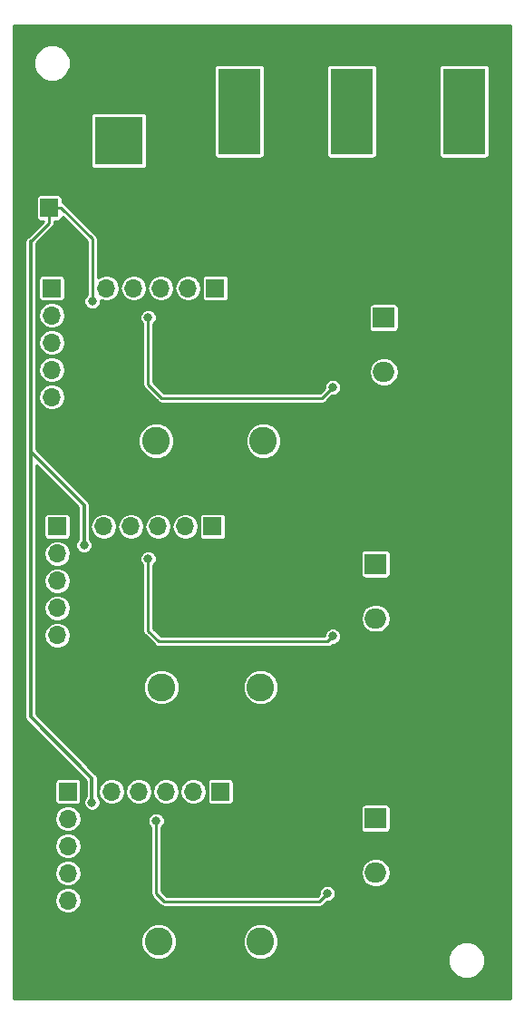
<source format=gbr>
G04 #@! TF.GenerationSoftware,KiCad,Pcbnew,(5.0.1)-3*
G04 #@! TF.CreationDate,2021-04-08T14:22:07+02:00*
G04 #@! TF.ProjectId,MAN_Motor_Drivers,4D414E5F4D6F746F725F447269766572,rev?*
G04 #@! TF.SameCoordinates,Original*
G04 #@! TF.FileFunction,Copper,L2,Bot,Signal*
G04 #@! TF.FilePolarity,Positive*
%FSLAX46Y46*%
G04 Gerber Fmt 4.6, Leading zero omitted, Abs format (unit mm)*
G04 Created by KiCad (PCBNEW (5.0.1)-3) date 08.04.2021 14:22:07*
%MOMM*%
%LPD*%
G01*
G04 APERTURE LIST*
G04 #@! TA.AperFunction,ComponentPad*
%ADD10O,1.700000X1.700000*%
G04 #@! TD*
G04 #@! TA.AperFunction,ComponentPad*
%ADD11R,1.700000X1.700000*%
G04 #@! TD*
G04 #@! TA.AperFunction,ComponentPad*
%ADD12C,2.600000*%
G04 #@! TD*
G04 #@! TA.AperFunction,ComponentPad*
%ADD13R,2.000000X1.905000*%
G04 #@! TD*
G04 #@! TA.AperFunction,ComponentPad*
%ADD14O,2.000000X1.905000*%
G04 #@! TD*
G04 #@! TA.AperFunction,ComponentPad*
%ADD15R,4.500880X4.500880*%
G04 #@! TD*
G04 #@! TA.AperFunction,ComponentPad*
%ADD16C,4.500880*%
G04 #@! TD*
G04 #@! TA.AperFunction,ComponentPad*
%ADD17R,4.000000X8.000000*%
G04 #@! TD*
G04 #@! TA.AperFunction,ViaPad*
%ADD18C,0.800000*%
G04 #@! TD*
G04 #@! TA.AperFunction,Conductor*
%ADD19C,0.254000*%
G04 #@! TD*
G04 #@! TA.AperFunction,Conductor*
%ADD20C,0.304800*%
G04 #@! TD*
G04 APERTURE END LIST*
D10*
G04 #@! TO.P,J3,5*
G04 #@! TO.N,N/C*
X144340000Y-90500000D03*
G04 #@! TO.P,J3,4*
G04 #@! TO.N,/nFAULT_C*
X146880000Y-90500000D03*
G04 #@! TO.P,J3,3*
G04 #@! TO.N,/nSLEEP_C*
X149420000Y-90500000D03*
G04 #@! TO.P,J3,2*
G04 #@! TO.N,/PHIN2_C*
X151960000Y-90500000D03*
D11*
G04 #@! TO.P,J3,1*
G04 #@! TO.N,/ENIN1_C*
X154500000Y-90500000D03*
G04 #@! TD*
D12*
G04 #@! TO.P,J4,1*
G04 #@! TO.N,/OUT1_A*
X148500000Y-57750000D03*
G04 #@! TD*
G04 #@! TO.P,J5,1*
G04 #@! TO.N,/OUT1_C*
X148750000Y-104500000D03*
G04 #@! TD*
G04 #@! TO.P,J6,1*
G04 #@! TO.N,/OUT1_B*
X149000000Y-80750000D03*
G04 #@! TD*
G04 #@! TO.P,J7,1*
G04 #@! TO.N,/OUT2_A*
X158500000Y-57750000D03*
G04 #@! TD*
G04 #@! TO.P,J8,1*
G04 #@! TO.N,/OUT2_C*
X158250000Y-104500000D03*
G04 #@! TD*
G04 #@! TO.P,J9,1*
G04 #@! TO.N,/OUT2_B*
X158250000Y-80750000D03*
G04 #@! TD*
D13*
G04 #@! TO.P,U4,1*
G04 #@! TO.N,Net-(C13-Pad1)*
X169750000Y-46250000D03*
D14*
G04 #@! TO.P,U4,2*
G04 #@! TO.N,GND*
X169750000Y-48790000D03*
G04 #@! TO.P,U4,3*
G04 #@! TO.N,+12V*
X169750000Y-51330000D03*
G04 #@! TD*
G04 #@! TO.P,U5,3*
G04 #@! TO.N,+12V*
X169000000Y-74330000D03*
G04 #@! TO.P,U5,2*
G04 #@! TO.N,GND*
X169000000Y-71790000D03*
D13*
G04 #@! TO.P,U5,1*
G04 #@! TO.N,Net-(C13-Pad1)*
X169000000Y-69250000D03*
G04 #@! TD*
G04 #@! TO.P,U6,1*
G04 #@! TO.N,Net-(C13-Pad1)*
X169000000Y-93000000D03*
D14*
G04 #@! TO.P,U6,2*
G04 #@! TO.N,GND*
X169000000Y-95540000D03*
G04 #@! TO.P,U6,3*
G04 #@! TO.N,+12V*
X169000000Y-98080000D03*
G04 #@! TD*
D15*
G04 #@! TO.P,J10,1*
G04 #@! TO.N,/VIN*
X145000000Y-29750000D03*
D16*
G04 #@! TO.P,J10,2*
G04 #@! TO.N,GND*
X145000000Y-23400000D03*
G04 #@! TD*
D11*
G04 #@! TO.P,J1,1*
G04 #@! TO.N,/ENIN1_A*
X154000000Y-43500000D03*
D10*
G04 #@! TO.P,J1,2*
G04 #@! TO.N,/PHIN2_A*
X151460000Y-43500000D03*
G04 #@! TO.P,J1,3*
G04 #@! TO.N,/nSLEEP_A*
X148920000Y-43500000D03*
G04 #@! TO.P,J1,4*
G04 #@! TO.N,/nFAULT_A*
X146380000Y-43500000D03*
G04 #@! TO.P,J1,5*
G04 #@! TO.N,N/C*
X143840000Y-43500000D03*
G04 #@! TD*
D11*
G04 #@! TO.P,J2,1*
G04 #@! TO.N,/IPROPI_A*
X138750000Y-43500000D03*
D10*
G04 #@! TO.P,J2,2*
G04 #@! TO.N,/IMODE_A*
X138750000Y-46040000D03*
G04 #@! TO.P,J2,3*
G04 #@! TO.N,N/C*
X138750000Y-48580000D03*
G04 #@! TO.P,J2,4*
X138750000Y-51120000D03*
G04 #@! TO.P,J2,5*
X138750000Y-53660000D03*
G04 #@! TD*
G04 #@! TO.P,J11,5*
G04 #@! TO.N,N/C*
X140250000Y-100660000D03*
G04 #@! TO.P,J11,4*
X140250000Y-98120000D03*
G04 #@! TO.P,J11,3*
X140250000Y-95580000D03*
G04 #@! TO.P,J11,2*
G04 #@! TO.N,/IMODE_C*
X140250000Y-93040000D03*
D11*
G04 #@! TO.P,J11,1*
G04 #@! TO.N,/IPROPI_C*
X140250000Y-90500000D03*
G04 #@! TD*
D10*
G04 #@! TO.P,J12,5*
G04 #@! TO.N,N/C*
X143590000Y-65750000D03*
G04 #@! TO.P,J12,4*
G04 #@! TO.N,/nFAULT_B*
X146130000Y-65750000D03*
G04 #@! TO.P,J12,3*
G04 #@! TO.N,/nSLEEP_B*
X148670000Y-65750000D03*
G04 #@! TO.P,J12,2*
G04 #@! TO.N,/PHIN2_B*
X151210000Y-65750000D03*
D11*
G04 #@! TO.P,J12,1*
G04 #@! TO.N,/ENIN1_B*
X153750000Y-65750000D03*
G04 #@! TD*
G04 #@! TO.P,J13,1*
G04 #@! TO.N,/IPROP_B*
X139250000Y-65750000D03*
D10*
G04 #@! TO.P,J13,2*
G04 #@! TO.N,/IMODE_B*
X139250000Y-68290000D03*
G04 #@! TO.P,J13,3*
G04 #@! TO.N,N/C*
X139250000Y-70830000D03*
G04 #@! TO.P,J13,4*
X139250000Y-73370000D03*
G04 #@! TO.P,J13,5*
X139250000Y-75910000D03*
G04 #@! TD*
D11*
G04 #@! TO.P,J14,1*
G04 #@! TO.N,+3V3*
X138500000Y-36000000D03*
D10*
G04 #@! TO.P,J14,2*
G04 #@! TO.N,GND*
X138500000Y-33460000D03*
G04 #@! TD*
D17*
G04 #@! TO.P,U7,2*
G04 #@! TO.N,Net-(C13-Pad1)*
X166750000Y-27000000D03*
G04 #@! TO.P,U7,1*
G04 #@! TO.N,/VIN*
X156250000Y-27000000D03*
G04 #@! TO.P,U7,3*
G04 #@! TO.N,N/C*
X177250000Y-27000000D03*
G04 #@! TD*
D18*
G04 #@! TO.N,+12V*
X147750000Y-46250000D03*
X165000000Y-52750000D03*
X147750000Y-68750000D03*
X165000000Y-76000000D03*
X148500000Y-93250000D03*
X164500000Y-100000000D03*
G04 #@! TO.N,+3V3*
X142523157Y-44729307D03*
X141750000Y-67500000D03*
X142500000Y-91500000D03*
G04 #@! TD*
D19*
G04 #@! TO.N,+12V*
X147750000Y-46250000D02*
X147750000Y-52500000D01*
X147750000Y-52500000D02*
X149000000Y-53750000D01*
X149000000Y-53750000D02*
X164000000Y-53750000D01*
X164000000Y-53750000D02*
X165000000Y-52750000D01*
X147750000Y-68750000D02*
X147750000Y-75500000D01*
X147750000Y-75500000D02*
X148750000Y-76500000D01*
X148750000Y-76500000D02*
X164500000Y-76500000D01*
X164500000Y-76500000D02*
X165000000Y-76000000D01*
X148500000Y-93250000D02*
X148500000Y-100000000D01*
X148500000Y-100000000D02*
X149250000Y-100750000D01*
X149250000Y-100750000D02*
X163750000Y-100750000D01*
X163750000Y-100750000D02*
X164500000Y-100000000D01*
D20*
G04 #@! TO.N,+3V3*
X136750000Y-39154800D02*
X136750000Y-58750000D01*
X136750000Y-58750000D02*
X141750000Y-63750000D01*
X141750000Y-63750000D02*
X141750000Y-67500000D01*
X136750000Y-58750000D02*
X136750000Y-83500000D01*
X136750000Y-83500000D02*
X142500000Y-89250000D01*
X142500000Y-89250000D02*
X142500000Y-91500000D01*
D19*
X138500000Y-37404800D02*
X138500000Y-36000000D01*
X136750000Y-39154800D02*
X138500000Y-37404800D01*
X139604000Y-36000000D02*
X138500000Y-36000000D01*
X142523157Y-38919157D02*
X139604000Y-36000000D01*
X142523157Y-44729307D02*
X142523157Y-38919157D01*
G04 #@! TD*
G04 #@! TO.N,GND*
G36*
X181544001Y-109794000D02*
X135206000Y-109794000D01*
X135206000Y-104165628D01*
X147069000Y-104165628D01*
X147069000Y-104834372D01*
X147324917Y-105452210D01*
X147797790Y-105925083D01*
X148415628Y-106181000D01*
X149084372Y-106181000D01*
X149702210Y-105925083D01*
X150175083Y-105452210D01*
X150431000Y-104834372D01*
X150431000Y-104165628D01*
X156569000Y-104165628D01*
X156569000Y-104834372D01*
X156824917Y-105452210D01*
X157297790Y-105925083D01*
X157915628Y-106181000D01*
X158584372Y-106181000D01*
X159202210Y-105925083D01*
X159221610Y-105905683D01*
X175769000Y-105905683D01*
X175769000Y-106594317D01*
X176032529Y-107230533D01*
X176519467Y-107717471D01*
X177155683Y-107981000D01*
X177844317Y-107981000D01*
X178480533Y-107717471D01*
X178967471Y-107230533D01*
X179231000Y-106594317D01*
X179231000Y-105905683D01*
X178967471Y-105269467D01*
X178480533Y-104782529D01*
X177844317Y-104519000D01*
X177155683Y-104519000D01*
X176519467Y-104782529D01*
X176032529Y-105269467D01*
X175769000Y-105905683D01*
X159221610Y-105905683D01*
X159675083Y-105452210D01*
X159931000Y-104834372D01*
X159931000Y-104165628D01*
X159675083Y-103547790D01*
X159202210Y-103074917D01*
X158584372Y-102819000D01*
X157915628Y-102819000D01*
X157297790Y-103074917D01*
X156824917Y-103547790D01*
X156569000Y-104165628D01*
X150431000Y-104165628D01*
X150175083Y-103547790D01*
X149702210Y-103074917D01*
X149084372Y-102819000D01*
X148415628Y-102819000D01*
X147797790Y-103074917D01*
X147324917Y-103547790D01*
X147069000Y-104165628D01*
X135206000Y-104165628D01*
X135206000Y-100660000D01*
X138994884Y-100660000D01*
X139090424Y-101140312D01*
X139362499Y-101547501D01*
X139769688Y-101819576D01*
X140128761Y-101891000D01*
X140371239Y-101891000D01*
X140730312Y-101819576D01*
X141137501Y-101547501D01*
X141409576Y-101140312D01*
X141505116Y-100660000D01*
X141409576Y-100179688D01*
X141137501Y-99772499D01*
X140730312Y-99500424D01*
X140371239Y-99429000D01*
X140128761Y-99429000D01*
X139769688Y-99500424D01*
X139362499Y-99772499D01*
X139090424Y-100179688D01*
X138994884Y-100660000D01*
X135206000Y-100660000D01*
X135206000Y-98120000D01*
X138994884Y-98120000D01*
X139090424Y-98600312D01*
X139362499Y-99007501D01*
X139769688Y-99279576D01*
X140128761Y-99351000D01*
X140371239Y-99351000D01*
X140730312Y-99279576D01*
X141137501Y-99007501D01*
X141409576Y-98600312D01*
X141505116Y-98120000D01*
X141409576Y-97639688D01*
X141137501Y-97232499D01*
X140730312Y-96960424D01*
X140371239Y-96889000D01*
X140128761Y-96889000D01*
X139769688Y-96960424D01*
X139362499Y-97232499D01*
X139090424Y-97639688D01*
X138994884Y-98120000D01*
X135206000Y-98120000D01*
X135206000Y-95580000D01*
X138994884Y-95580000D01*
X139090424Y-96060312D01*
X139362499Y-96467501D01*
X139769688Y-96739576D01*
X140128761Y-96811000D01*
X140371239Y-96811000D01*
X140730312Y-96739576D01*
X141137501Y-96467501D01*
X141409576Y-96060312D01*
X141505116Y-95580000D01*
X141409576Y-95099688D01*
X141137501Y-94692499D01*
X140730312Y-94420424D01*
X140371239Y-94349000D01*
X140128761Y-94349000D01*
X139769688Y-94420424D01*
X139362499Y-94692499D01*
X139090424Y-95099688D01*
X138994884Y-95580000D01*
X135206000Y-95580000D01*
X135206000Y-93040000D01*
X138994884Y-93040000D01*
X139090424Y-93520312D01*
X139362499Y-93927501D01*
X139769688Y-94199576D01*
X140128761Y-94271000D01*
X140371239Y-94271000D01*
X140730312Y-94199576D01*
X141137501Y-93927501D01*
X141409576Y-93520312D01*
X141494245Y-93094649D01*
X147719000Y-93094649D01*
X147719000Y-93405351D01*
X147837900Y-93692401D01*
X147992000Y-93846501D01*
X147992001Y-99949967D01*
X147982049Y-100000000D01*
X148021475Y-100198211D01*
X148105412Y-100323832D01*
X148105415Y-100323835D01*
X148133754Y-100366247D01*
X148176166Y-100394586D01*
X148855414Y-101073835D01*
X148883753Y-101116247D01*
X148926165Y-101144586D01*
X148926167Y-101144588D01*
X149051788Y-101228525D01*
X149199968Y-101258000D01*
X149199971Y-101258000D01*
X149249999Y-101267951D01*
X149300027Y-101258000D01*
X163699972Y-101258000D01*
X163750000Y-101267951D01*
X163800028Y-101258000D01*
X163800032Y-101258000D01*
X163948212Y-101228525D01*
X164116247Y-101116247D01*
X164144588Y-101073832D01*
X164437420Y-100781000D01*
X164655351Y-100781000D01*
X164942401Y-100662100D01*
X165162100Y-100442401D01*
X165281000Y-100155351D01*
X165281000Y-99844649D01*
X165162100Y-99557599D01*
X164942401Y-99337900D01*
X164655351Y-99219000D01*
X164344649Y-99219000D01*
X164057599Y-99337900D01*
X163837900Y-99557599D01*
X163719000Y-99844649D01*
X163719000Y-100062580D01*
X163539580Y-100242000D01*
X149460421Y-100242000D01*
X149008000Y-99789580D01*
X149008000Y-98080000D01*
X167592876Y-98080000D01*
X167696371Y-98600306D01*
X167991101Y-99041399D01*
X168432194Y-99336129D01*
X168821165Y-99413500D01*
X169178835Y-99413500D01*
X169567806Y-99336129D01*
X170008899Y-99041399D01*
X170303629Y-98600306D01*
X170407124Y-98080000D01*
X170303629Y-97559694D01*
X170008899Y-97118601D01*
X169567806Y-96823871D01*
X169178835Y-96746500D01*
X168821165Y-96746500D01*
X168432194Y-96823871D01*
X167991101Y-97118601D01*
X167696371Y-97559694D01*
X167592876Y-98080000D01*
X149008000Y-98080000D01*
X149008000Y-93846501D01*
X149162100Y-93692401D01*
X149281000Y-93405351D01*
X149281000Y-93094649D01*
X149162100Y-92807599D01*
X148942401Y-92587900D01*
X148655351Y-92469000D01*
X148344649Y-92469000D01*
X148057599Y-92587900D01*
X147837900Y-92807599D01*
X147719000Y-93094649D01*
X141494245Y-93094649D01*
X141505116Y-93040000D01*
X141409576Y-92559688D01*
X141137501Y-92152499D01*
X140730312Y-91880424D01*
X140371239Y-91809000D01*
X140128761Y-91809000D01*
X139769688Y-91880424D01*
X139362499Y-92152499D01*
X139090424Y-92559688D01*
X138994884Y-93040000D01*
X135206000Y-93040000D01*
X135206000Y-89650000D01*
X139011536Y-89650000D01*
X139011536Y-91350000D01*
X139041106Y-91498659D01*
X139125314Y-91624686D01*
X139251341Y-91708894D01*
X139400000Y-91738464D01*
X141100000Y-91738464D01*
X141248659Y-91708894D01*
X141374686Y-91624686D01*
X141458894Y-91498659D01*
X141488464Y-91350000D01*
X141488464Y-89650000D01*
X141458894Y-89501341D01*
X141374686Y-89375314D01*
X141248659Y-89291106D01*
X141100000Y-89261536D01*
X139400000Y-89261536D01*
X139251341Y-89291106D01*
X139125314Y-89375314D01*
X139041106Y-89501341D01*
X139011536Y-89650000D01*
X135206000Y-89650000D01*
X135206000Y-58750000D01*
X136206152Y-58750000D01*
X136216600Y-58802526D01*
X136216601Y-83447469D01*
X136206152Y-83500000D01*
X136216601Y-83552531D01*
X136247550Y-83708122D01*
X136365442Y-83884559D01*
X136409975Y-83914315D01*
X141966600Y-89470941D01*
X141966601Y-90928898D01*
X141837900Y-91057599D01*
X141719000Y-91344649D01*
X141719000Y-91655351D01*
X141837900Y-91942401D01*
X142057599Y-92162100D01*
X142344649Y-92281000D01*
X142655351Y-92281000D01*
X142942401Y-92162100D01*
X143057001Y-92047500D01*
X167611536Y-92047500D01*
X167611536Y-93952500D01*
X167641106Y-94101159D01*
X167725314Y-94227186D01*
X167851341Y-94311394D01*
X168000000Y-94340964D01*
X170000000Y-94340964D01*
X170148659Y-94311394D01*
X170274686Y-94227186D01*
X170358894Y-94101159D01*
X170388464Y-93952500D01*
X170388464Y-92047500D01*
X170358894Y-91898841D01*
X170274686Y-91772814D01*
X170148659Y-91688606D01*
X170000000Y-91659036D01*
X168000000Y-91659036D01*
X167851341Y-91688606D01*
X167725314Y-91772814D01*
X167641106Y-91898841D01*
X167611536Y-92047500D01*
X143057001Y-92047500D01*
X143162100Y-91942401D01*
X143281000Y-91655351D01*
X143281000Y-91344649D01*
X143162100Y-91057599D01*
X143033400Y-90928899D01*
X143033400Y-90500000D01*
X143084884Y-90500000D01*
X143180424Y-90980312D01*
X143452499Y-91387501D01*
X143859688Y-91659576D01*
X144218761Y-91731000D01*
X144461239Y-91731000D01*
X144820312Y-91659576D01*
X145227501Y-91387501D01*
X145499576Y-90980312D01*
X145595116Y-90500000D01*
X145624884Y-90500000D01*
X145720424Y-90980312D01*
X145992499Y-91387501D01*
X146399688Y-91659576D01*
X146758761Y-91731000D01*
X147001239Y-91731000D01*
X147360312Y-91659576D01*
X147767501Y-91387501D01*
X148039576Y-90980312D01*
X148135116Y-90500000D01*
X148164884Y-90500000D01*
X148260424Y-90980312D01*
X148532499Y-91387501D01*
X148939688Y-91659576D01*
X149298761Y-91731000D01*
X149541239Y-91731000D01*
X149900312Y-91659576D01*
X150307501Y-91387501D01*
X150579576Y-90980312D01*
X150675116Y-90500000D01*
X150704884Y-90500000D01*
X150800424Y-90980312D01*
X151072499Y-91387501D01*
X151479688Y-91659576D01*
X151838761Y-91731000D01*
X152081239Y-91731000D01*
X152440312Y-91659576D01*
X152847501Y-91387501D01*
X153119576Y-90980312D01*
X153215116Y-90500000D01*
X153119576Y-90019688D01*
X152872559Y-89650000D01*
X153261536Y-89650000D01*
X153261536Y-91350000D01*
X153291106Y-91498659D01*
X153375314Y-91624686D01*
X153501341Y-91708894D01*
X153650000Y-91738464D01*
X155350000Y-91738464D01*
X155498659Y-91708894D01*
X155624686Y-91624686D01*
X155708894Y-91498659D01*
X155738464Y-91350000D01*
X155738464Y-89650000D01*
X155708894Y-89501341D01*
X155624686Y-89375314D01*
X155498659Y-89291106D01*
X155350000Y-89261536D01*
X153650000Y-89261536D01*
X153501341Y-89291106D01*
X153375314Y-89375314D01*
X153291106Y-89501341D01*
X153261536Y-89650000D01*
X152872559Y-89650000D01*
X152847501Y-89612499D01*
X152440312Y-89340424D01*
X152081239Y-89269000D01*
X151838761Y-89269000D01*
X151479688Y-89340424D01*
X151072499Y-89612499D01*
X150800424Y-90019688D01*
X150704884Y-90500000D01*
X150675116Y-90500000D01*
X150579576Y-90019688D01*
X150307501Y-89612499D01*
X149900312Y-89340424D01*
X149541239Y-89269000D01*
X149298761Y-89269000D01*
X148939688Y-89340424D01*
X148532499Y-89612499D01*
X148260424Y-90019688D01*
X148164884Y-90500000D01*
X148135116Y-90500000D01*
X148039576Y-90019688D01*
X147767501Y-89612499D01*
X147360312Y-89340424D01*
X147001239Y-89269000D01*
X146758761Y-89269000D01*
X146399688Y-89340424D01*
X145992499Y-89612499D01*
X145720424Y-90019688D01*
X145624884Y-90500000D01*
X145595116Y-90500000D01*
X145499576Y-90019688D01*
X145227501Y-89612499D01*
X144820312Y-89340424D01*
X144461239Y-89269000D01*
X144218761Y-89269000D01*
X143859688Y-89340424D01*
X143452499Y-89612499D01*
X143180424Y-90019688D01*
X143084884Y-90500000D01*
X143033400Y-90500000D01*
X143033400Y-89302526D01*
X143043848Y-89250000D01*
X143033400Y-89197474D01*
X143033400Y-89197469D01*
X143002451Y-89041878D01*
X142884559Y-88865441D01*
X142840026Y-88835685D01*
X137283400Y-83279060D01*
X137283400Y-80415628D01*
X147319000Y-80415628D01*
X147319000Y-81084372D01*
X147574917Y-81702210D01*
X148047790Y-82175083D01*
X148665628Y-82431000D01*
X149334372Y-82431000D01*
X149952210Y-82175083D01*
X150425083Y-81702210D01*
X150681000Y-81084372D01*
X150681000Y-80415628D01*
X156569000Y-80415628D01*
X156569000Y-81084372D01*
X156824917Y-81702210D01*
X157297790Y-82175083D01*
X157915628Y-82431000D01*
X158584372Y-82431000D01*
X159202210Y-82175083D01*
X159675083Y-81702210D01*
X159931000Y-81084372D01*
X159931000Y-80415628D01*
X159675083Y-79797790D01*
X159202210Y-79324917D01*
X158584372Y-79069000D01*
X157915628Y-79069000D01*
X157297790Y-79324917D01*
X156824917Y-79797790D01*
X156569000Y-80415628D01*
X150681000Y-80415628D01*
X150425083Y-79797790D01*
X149952210Y-79324917D01*
X149334372Y-79069000D01*
X148665628Y-79069000D01*
X148047790Y-79324917D01*
X147574917Y-79797790D01*
X147319000Y-80415628D01*
X137283400Y-80415628D01*
X137283400Y-75910000D01*
X137994884Y-75910000D01*
X138090424Y-76390312D01*
X138362499Y-76797501D01*
X138769688Y-77069576D01*
X139128761Y-77141000D01*
X139371239Y-77141000D01*
X139730312Y-77069576D01*
X140137501Y-76797501D01*
X140409576Y-76390312D01*
X140505116Y-75910000D01*
X140409576Y-75429688D01*
X140137501Y-75022499D01*
X139730312Y-74750424D01*
X139371239Y-74679000D01*
X139128761Y-74679000D01*
X138769688Y-74750424D01*
X138362499Y-75022499D01*
X138090424Y-75429688D01*
X137994884Y-75910000D01*
X137283400Y-75910000D01*
X137283400Y-73370000D01*
X137994884Y-73370000D01*
X138090424Y-73850312D01*
X138362499Y-74257501D01*
X138769688Y-74529576D01*
X139128761Y-74601000D01*
X139371239Y-74601000D01*
X139730312Y-74529576D01*
X140137501Y-74257501D01*
X140409576Y-73850312D01*
X140505116Y-73370000D01*
X140409576Y-72889688D01*
X140137501Y-72482499D01*
X139730312Y-72210424D01*
X139371239Y-72139000D01*
X139128761Y-72139000D01*
X138769688Y-72210424D01*
X138362499Y-72482499D01*
X138090424Y-72889688D01*
X137994884Y-73370000D01*
X137283400Y-73370000D01*
X137283400Y-70830000D01*
X137994884Y-70830000D01*
X138090424Y-71310312D01*
X138362499Y-71717501D01*
X138769688Y-71989576D01*
X139128761Y-72061000D01*
X139371239Y-72061000D01*
X139730312Y-71989576D01*
X140137501Y-71717501D01*
X140409576Y-71310312D01*
X140505116Y-70830000D01*
X140409576Y-70349688D01*
X140137501Y-69942499D01*
X139730312Y-69670424D01*
X139371239Y-69599000D01*
X139128761Y-69599000D01*
X138769688Y-69670424D01*
X138362499Y-69942499D01*
X138090424Y-70349688D01*
X137994884Y-70830000D01*
X137283400Y-70830000D01*
X137283400Y-68290000D01*
X137994884Y-68290000D01*
X138090424Y-68770312D01*
X138362499Y-69177501D01*
X138769688Y-69449576D01*
X139128761Y-69521000D01*
X139371239Y-69521000D01*
X139730312Y-69449576D01*
X140137501Y-69177501D01*
X140409576Y-68770312D01*
X140444517Y-68594649D01*
X146969000Y-68594649D01*
X146969000Y-68905351D01*
X147087900Y-69192401D01*
X147242000Y-69346501D01*
X147242001Y-75449967D01*
X147232049Y-75500000D01*
X147271475Y-75698211D01*
X147355412Y-75823832D01*
X147355415Y-75823835D01*
X147383754Y-75866247D01*
X147426166Y-75894586D01*
X148355412Y-76823832D01*
X148383753Y-76866247D01*
X148551788Y-76978525D01*
X148699968Y-77008000D01*
X148699972Y-77008000D01*
X148750000Y-77017951D01*
X148800028Y-77008000D01*
X164449972Y-77008000D01*
X164500000Y-77017951D01*
X164550028Y-77008000D01*
X164550032Y-77008000D01*
X164698212Y-76978525D01*
X164866247Y-76866247D01*
X164894588Y-76823833D01*
X164937420Y-76781000D01*
X165155351Y-76781000D01*
X165442401Y-76662100D01*
X165662100Y-76442401D01*
X165781000Y-76155351D01*
X165781000Y-75844649D01*
X165662100Y-75557599D01*
X165442401Y-75337900D01*
X165155351Y-75219000D01*
X164844649Y-75219000D01*
X164557599Y-75337900D01*
X164337900Y-75557599D01*
X164219000Y-75844649D01*
X164219000Y-75992000D01*
X148960420Y-75992000D01*
X148258000Y-75289580D01*
X148258000Y-74330000D01*
X167592876Y-74330000D01*
X167696371Y-74850306D01*
X167991101Y-75291399D01*
X168432194Y-75586129D01*
X168821165Y-75663500D01*
X169178835Y-75663500D01*
X169567806Y-75586129D01*
X170008899Y-75291399D01*
X170303629Y-74850306D01*
X170407124Y-74330000D01*
X170303629Y-73809694D01*
X170008899Y-73368601D01*
X169567806Y-73073871D01*
X169178835Y-72996500D01*
X168821165Y-72996500D01*
X168432194Y-73073871D01*
X167991101Y-73368601D01*
X167696371Y-73809694D01*
X167592876Y-74330000D01*
X148258000Y-74330000D01*
X148258000Y-69346501D01*
X148412100Y-69192401D01*
X148531000Y-68905351D01*
X148531000Y-68594649D01*
X148412100Y-68307599D01*
X148402001Y-68297500D01*
X167611536Y-68297500D01*
X167611536Y-70202500D01*
X167641106Y-70351159D01*
X167725314Y-70477186D01*
X167851341Y-70561394D01*
X168000000Y-70590964D01*
X170000000Y-70590964D01*
X170148659Y-70561394D01*
X170274686Y-70477186D01*
X170358894Y-70351159D01*
X170388464Y-70202500D01*
X170388464Y-68297500D01*
X170358894Y-68148841D01*
X170274686Y-68022814D01*
X170148659Y-67938606D01*
X170000000Y-67909036D01*
X168000000Y-67909036D01*
X167851341Y-67938606D01*
X167725314Y-68022814D01*
X167641106Y-68148841D01*
X167611536Y-68297500D01*
X148402001Y-68297500D01*
X148192401Y-68087900D01*
X147905351Y-67969000D01*
X147594649Y-67969000D01*
X147307599Y-68087900D01*
X147087900Y-68307599D01*
X146969000Y-68594649D01*
X140444517Y-68594649D01*
X140505116Y-68290000D01*
X140409576Y-67809688D01*
X140137501Y-67402499D01*
X139730312Y-67130424D01*
X139371239Y-67059000D01*
X139128761Y-67059000D01*
X138769688Y-67130424D01*
X138362499Y-67402499D01*
X138090424Y-67809688D01*
X137994884Y-68290000D01*
X137283400Y-68290000D01*
X137283400Y-64900000D01*
X138011536Y-64900000D01*
X138011536Y-66600000D01*
X138041106Y-66748659D01*
X138125314Y-66874686D01*
X138251341Y-66958894D01*
X138400000Y-66988464D01*
X140100000Y-66988464D01*
X140248659Y-66958894D01*
X140374686Y-66874686D01*
X140458894Y-66748659D01*
X140488464Y-66600000D01*
X140488464Y-64900000D01*
X140458894Y-64751341D01*
X140374686Y-64625314D01*
X140248659Y-64541106D01*
X140100000Y-64511536D01*
X138400000Y-64511536D01*
X138251341Y-64541106D01*
X138125314Y-64625314D01*
X138041106Y-64751341D01*
X138011536Y-64900000D01*
X137283400Y-64900000D01*
X137283400Y-60037740D01*
X141216600Y-63970941D01*
X141216601Y-66928898D01*
X141087900Y-67057599D01*
X140969000Y-67344649D01*
X140969000Y-67655351D01*
X141087900Y-67942401D01*
X141307599Y-68162100D01*
X141594649Y-68281000D01*
X141905351Y-68281000D01*
X142192401Y-68162100D01*
X142412100Y-67942401D01*
X142531000Y-67655351D01*
X142531000Y-67344649D01*
X142412100Y-67057599D01*
X142283400Y-66928899D01*
X142283400Y-65750000D01*
X142334884Y-65750000D01*
X142430424Y-66230312D01*
X142702499Y-66637501D01*
X143109688Y-66909576D01*
X143468761Y-66981000D01*
X143711239Y-66981000D01*
X144070312Y-66909576D01*
X144477501Y-66637501D01*
X144749576Y-66230312D01*
X144845116Y-65750000D01*
X144874884Y-65750000D01*
X144970424Y-66230312D01*
X145242499Y-66637501D01*
X145649688Y-66909576D01*
X146008761Y-66981000D01*
X146251239Y-66981000D01*
X146610312Y-66909576D01*
X147017501Y-66637501D01*
X147289576Y-66230312D01*
X147385116Y-65750000D01*
X147414884Y-65750000D01*
X147510424Y-66230312D01*
X147782499Y-66637501D01*
X148189688Y-66909576D01*
X148548761Y-66981000D01*
X148791239Y-66981000D01*
X149150312Y-66909576D01*
X149557501Y-66637501D01*
X149829576Y-66230312D01*
X149925116Y-65750000D01*
X149954884Y-65750000D01*
X150050424Y-66230312D01*
X150322499Y-66637501D01*
X150729688Y-66909576D01*
X151088761Y-66981000D01*
X151331239Y-66981000D01*
X151690312Y-66909576D01*
X152097501Y-66637501D01*
X152369576Y-66230312D01*
X152465116Y-65750000D01*
X152369576Y-65269688D01*
X152122559Y-64900000D01*
X152511536Y-64900000D01*
X152511536Y-66600000D01*
X152541106Y-66748659D01*
X152625314Y-66874686D01*
X152751341Y-66958894D01*
X152900000Y-66988464D01*
X154600000Y-66988464D01*
X154748659Y-66958894D01*
X154874686Y-66874686D01*
X154958894Y-66748659D01*
X154988464Y-66600000D01*
X154988464Y-64900000D01*
X154958894Y-64751341D01*
X154874686Y-64625314D01*
X154748659Y-64541106D01*
X154600000Y-64511536D01*
X152900000Y-64511536D01*
X152751341Y-64541106D01*
X152625314Y-64625314D01*
X152541106Y-64751341D01*
X152511536Y-64900000D01*
X152122559Y-64900000D01*
X152097501Y-64862499D01*
X151690312Y-64590424D01*
X151331239Y-64519000D01*
X151088761Y-64519000D01*
X150729688Y-64590424D01*
X150322499Y-64862499D01*
X150050424Y-65269688D01*
X149954884Y-65750000D01*
X149925116Y-65750000D01*
X149829576Y-65269688D01*
X149557501Y-64862499D01*
X149150312Y-64590424D01*
X148791239Y-64519000D01*
X148548761Y-64519000D01*
X148189688Y-64590424D01*
X147782499Y-64862499D01*
X147510424Y-65269688D01*
X147414884Y-65750000D01*
X147385116Y-65750000D01*
X147289576Y-65269688D01*
X147017501Y-64862499D01*
X146610312Y-64590424D01*
X146251239Y-64519000D01*
X146008761Y-64519000D01*
X145649688Y-64590424D01*
X145242499Y-64862499D01*
X144970424Y-65269688D01*
X144874884Y-65750000D01*
X144845116Y-65750000D01*
X144749576Y-65269688D01*
X144477501Y-64862499D01*
X144070312Y-64590424D01*
X143711239Y-64519000D01*
X143468761Y-64519000D01*
X143109688Y-64590424D01*
X142702499Y-64862499D01*
X142430424Y-65269688D01*
X142334884Y-65750000D01*
X142283400Y-65750000D01*
X142283400Y-63802527D01*
X142293848Y-63750000D01*
X142283400Y-63697473D01*
X142283400Y-63697469D01*
X142252451Y-63541878D01*
X142134559Y-63365441D01*
X142090026Y-63335685D01*
X137283400Y-58529060D01*
X137283400Y-57415628D01*
X146819000Y-57415628D01*
X146819000Y-58084372D01*
X147074917Y-58702210D01*
X147547790Y-59175083D01*
X148165628Y-59431000D01*
X148834372Y-59431000D01*
X149452210Y-59175083D01*
X149925083Y-58702210D01*
X150181000Y-58084372D01*
X150181000Y-57415628D01*
X156819000Y-57415628D01*
X156819000Y-58084372D01*
X157074917Y-58702210D01*
X157547790Y-59175083D01*
X158165628Y-59431000D01*
X158834372Y-59431000D01*
X159452210Y-59175083D01*
X159925083Y-58702210D01*
X160181000Y-58084372D01*
X160181000Y-57415628D01*
X159925083Y-56797790D01*
X159452210Y-56324917D01*
X158834372Y-56069000D01*
X158165628Y-56069000D01*
X157547790Y-56324917D01*
X157074917Y-56797790D01*
X156819000Y-57415628D01*
X150181000Y-57415628D01*
X149925083Y-56797790D01*
X149452210Y-56324917D01*
X148834372Y-56069000D01*
X148165628Y-56069000D01*
X147547790Y-56324917D01*
X147074917Y-56797790D01*
X146819000Y-57415628D01*
X137283400Y-57415628D01*
X137283400Y-53660000D01*
X137494884Y-53660000D01*
X137590424Y-54140312D01*
X137862499Y-54547501D01*
X138269688Y-54819576D01*
X138628761Y-54891000D01*
X138871239Y-54891000D01*
X139230312Y-54819576D01*
X139637501Y-54547501D01*
X139909576Y-54140312D01*
X140005116Y-53660000D01*
X139909576Y-53179688D01*
X139637501Y-52772499D01*
X139230312Y-52500424D01*
X138871239Y-52429000D01*
X138628761Y-52429000D01*
X138269688Y-52500424D01*
X137862499Y-52772499D01*
X137590424Y-53179688D01*
X137494884Y-53660000D01*
X137283400Y-53660000D01*
X137283400Y-51120000D01*
X137494884Y-51120000D01*
X137590424Y-51600312D01*
X137862499Y-52007501D01*
X138269688Y-52279576D01*
X138628761Y-52351000D01*
X138871239Y-52351000D01*
X139230312Y-52279576D01*
X139637501Y-52007501D01*
X139909576Y-51600312D01*
X140005116Y-51120000D01*
X139909576Y-50639688D01*
X139637501Y-50232499D01*
X139230312Y-49960424D01*
X138871239Y-49889000D01*
X138628761Y-49889000D01*
X138269688Y-49960424D01*
X137862499Y-50232499D01*
X137590424Y-50639688D01*
X137494884Y-51120000D01*
X137283400Y-51120000D01*
X137283400Y-48580000D01*
X137494884Y-48580000D01*
X137590424Y-49060312D01*
X137862499Y-49467501D01*
X138269688Y-49739576D01*
X138628761Y-49811000D01*
X138871239Y-49811000D01*
X139230312Y-49739576D01*
X139637501Y-49467501D01*
X139909576Y-49060312D01*
X140005116Y-48580000D01*
X139909576Y-48099688D01*
X139637501Y-47692499D01*
X139230312Y-47420424D01*
X138871239Y-47349000D01*
X138628761Y-47349000D01*
X138269688Y-47420424D01*
X137862499Y-47692499D01*
X137590424Y-48099688D01*
X137494884Y-48580000D01*
X137283400Y-48580000D01*
X137283400Y-46040000D01*
X137494884Y-46040000D01*
X137590424Y-46520312D01*
X137862499Y-46927501D01*
X138269688Y-47199576D01*
X138628761Y-47271000D01*
X138871239Y-47271000D01*
X139230312Y-47199576D01*
X139637501Y-46927501D01*
X139909576Y-46520312D01*
X139994245Y-46094649D01*
X146969000Y-46094649D01*
X146969000Y-46405351D01*
X147087900Y-46692401D01*
X147242000Y-46846501D01*
X147242001Y-52449967D01*
X147232049Y-52500000D01*
X147271475Y-52698211D01*
X147355412Y-52823832D01*
X147355415Y-52823835D01*
X147383754Y-52866247D01*
X147426166Y-52894586D01*
X148605414Y-54073835D01*
X148633753Y-54116247D01*
X148676165Y-54144586D01*
X148676167Y-54144588D01*
X148801788Y-54228525D01*
X148949968Y-54258000D01*
X148949972Y-54258000D01*
X149000000Y-54267951D01*
X149050028Y-54258000D01*
X163949972Y-54258000D01*
X164000000Y-54267951D01*
X164050028Y-54258000D01*
X164050032Y-54258000D01*
X164198212Y-54228525D01*
X164366247Y-54116247D01*
X164394588Y-54073832D01*
X164937420Y-53531000D01*
X165155351Y-53531000D01*
X165442401Y-53412100D01*
X165662100Y-53192401D01*
X165781000Y-52905351D01*
X165781000Y-52594649D01*
X165662100Y-52307599D01*
X165442401Y-52087900D01*
X165155351Y-51969000D01*
X164844649Y-51969000D01*
X164557599Y-52087900D01*
X164337900Y-52307599D01*
X164219000Y-52594649D01*
X164219000Y-52812580D01*
X163789580Y-53242000D01*
X149210421Y-53242000D01*
X148258000Y-52289580D01*
X148258000Y-51330000D01*
X168342876Y-51330000D01*
X168446371Y-51850306D01*
X168741101Y-52291399D01*
X169182194Y-52586129D01*
X169571165Y-52663500D01*
X169928835Y-52663500D01*
X170317806Y-52586129D01*
X170758899Y-52291399D01*
X171053629Y-51850306D01*
X171157124Y-51330000D01*
X171053629Y-50809694D01*
X170758899Y-50368601D01*
X170317806Y-50073871D01*
X169928835Y-49996500D01*
X169571165Y-49996500D01*
X169182194Y-50073871D01*
X168741101Y-50368601D01*
X168446371Y-50809694D01*
X168342876Y-51330000D01*
X148258000Y-51330000D01*
X148258000Y-46846501D01*
X148412100Y-46692401D01*
X148531000Y-46405351D01*
X148531000Y-46094649D01*
X148412100Y-45807599D01*
X148192401Y-45587900D01*
X147905351Y-45469000D01*
X147594649Y-45469000D01*
X147307599Y-45587900D01*
X147087900Y-45807599D01*
X146969000Y-46094649D01*
X139994245Y-46094649D01*
X140005116Y-46040000D01*
X139909576Y-45559688D01*
X139637501Y-45152499D01*
X139230312Y-44880424D01*
X138871239Y-44809000D01*
X138628761Y-44809000D01*
X138269688Y-44880424D01*
X137862499Y-45152499D01*
X137590424Y-45559688D01*
X137494884Y-46040000D01*
X137283400Y-46040000D01*
X137283400Y-42650000D01*
X137511536Y-42650000D01*
X137511536Y-44350000D01*
X137541106Y-44498659D01*
X137625314Y-44624686D01*
X137751341Y-44708894D01*
X137900000Y-44738464D01*
X139600000Y-44738464D01*
X139748659Y-44708894D01*
X139874686Y-44624686D01*
X139958894Y-44498659D01*
X139988464Y-44350000D01*
X139988464Y-42650000D01*
X139958894Y-42501341D01*
X139874686Y-42375314D01*
X139748659Y-42291106D01*
X139600000Y-42261536D01*
X137900000Y-42261536D01*
X137751341Y-42291106D01*
X137625314Y-42375314D01*
X137541106Y-42501341D01*
X137511536Y-42650000D01*
X137283400Y-42650000D01*
X137283400Y-39339820D01*
X138823836Y-37799385D01*
X138866247Y-37771047D01*
X138894586Y-37728635D01*
X138894588Y-37728633D01*
X138978525Y-37603012D01*
X138978525Y-37603011D01*
X139008000Y-37454832D01*
X139008000Y-37454828D01*
X139017951Y-37404800D01*
X139008000Y-37354772D01*
X139008000Y-37238464D01*
X139350000Y-37238464D01*
X139498659Y-37208894D01*
X139624686Y-37124686D01*
X139708894Y-36998659D01*
X139737986Y-36852406D01*
X142015158Y-39129578D01*
X142015157Y-44132806D01*
X141861057Y-44286906D01*
X141742157Y-44573956D01*
X141742157Y-44884658D01*
X141861057Y-45171708D01*
X142080756Y-45391407D01*
X142367806Y-45510307D01*
X142678508Y-45510307D01*
X142965558Y-45391407D01*
X143059465Y-45297500D01*
X168361536Y-45297500D01*
X168361536Y-47202500D01*
X168391106Y-47351159D01*
X168475314Y-47477186D01*
X168601341Y-47561394D01*
X168750000Y-47590964D01*
X170750000Y-47590964D01*
X170898659Y-47561394D01*
X171024686Y-47477186D01*
X171108894Y-47351159D01*
X171138464Y-47202500D01*
X171138464Y-45297500D01*
X171108894Y-45148841D01*
X171024686Y-45022814D01*
X170898659Y-44938606D01*
X170750000Y-44909036D01*
X168750000Y-44909036D01*
X168601341Y-44938606D01*
X168475314Y-45022814D01*
X168391106Y-45148841D01*
X168361536Y-45297500D01*
X143059465Y-45297500D01*
X143185257Y-45171708D01*
X143304157Y-44884658D01*
X143304157Y-44622471D01*
X143359688Y-44659576D01*
X143718761Y-44731000D01*
X143961239Y-44731000D01*
X144320312Y-44659576D01*
X144727501Y-44387501D01*
X144999576Y-43980312D01*
X145095116Y-43500000D01*
X145124884Y-43500000D01*
X145220424Y-43980312D01*
X145492499Y-44387501D01*
X145899688Y-44659576D01*
X146258761Y-44731000D01*
X146501239Y-44731000D01*
X146860312Y-44659576D01*
X147267501Y-44387501D01*
X147539576Y-43980312D01*
X147635116Y-43500000D01*
X147664884Y-43500000D01*
X147760424Y-43980312D01*
X148032499Y-44387501D01*
X148439688Y-44659576D01*
X148798761Y-44731000D01*
X149041239Y-44731000D01*
X149400312Y-44659576D01*
X149807501Y-44387501D01*
X150079576Y-43980312D01*
X150175116Y-43500000D01*
X150204884Y-43500000D01*
X150300424Y-43980312D01*
X150572499Y-44387501D01*
X150979688Y-44659576D01*
X151338761Y-44731000D01*
X151581239Y-44731000D01*
X151940312Y-44659576D01*
X152347501Y-44387501D01*
X152619576Y-43980312D01*
X152715116Y-43500000D01*
X152619576Y-43019688D01*
X152372559Y-42650000D01*
X152761536Y-42650000D01*
X152761536Y-44350000D01*
X152791106Y-44498659D01*
X152875314Y-44624686D01*
X153001341Y-44708894D01*
X153150000Y-44738464D01*
X154850000Y-44738464D01*
X154998659Y-44708894D01*
X155124686Y-44624686D01*
X155208894Y-44498659D01*
X155238464Y-44350000D01*
X155238464Y-42650000D01*
X155208894Y-42501341D01*
X155124686Y-42375314D01*
X154998659Y-42291106D01*
X154850000Y-42261536D01*
X153150000Y-42261536D01*
X153001341Y-42291106D01*
X152875314Y-42375314D01*
X152791106Y-42501341D01*
X152761536Y-42650000D01*
X152372559Y-42650000D01*
X152347501Y-42612499D01*
X151940312Y-42340424D01*
X151581239Y-42269000D01*
X151338761Y-42269000D01*
X150979688Y-42340424D01*
X150572499Y-42612499D01*
X150300424Y-43019688D01*
X150204884Y-43500000D01*
X150175116Y-43500000D01*
X150079576Y-43019688D01*
X149807501Y-42612499D01*
X149400312Y-42340424D01*
X149041239Y-42269000D01*
X148798761Y-42269000D01*
X148439688Y-42340424D01*
X148032499Y-42612499D01*
X147760424Y-43019688D01*
X147664884Y-43500000D01*
X147635116Y-43500000D01*
X147539576Y-43019688D01*
X147267501Y-42612499D01*
X146860312Y-42340424D01*
X146501239Y-42269000D01*
X146258761Y-42269000D01*
X145899688Y-42340424D01*
X145492499Y-42612499D01*
X145220424Y-43019688D01*
X145124884Y-43500000D01*
X145095116Y-43500000D01*
X144999576Y-43019688D01*
X144727501Y-42612499D01*
X144320312Y-42340424D01*
X143961239Y-42269000D01*
X143718761Y-42269000D01*
X143359688Y-42340424D01*
X143031157Y-42559941D01*
X143031157Y-38969184D01*
X143041108Y-38919156D01*
X143031157Y-38869128D01*
X143031157Y-38869125D01*
X143001682Y-38720945D01*
X142889404Y-38552910D01*
X142846989Y-38524569D01*
X139998588Y-35676168D01*
X139970247Y-35633753D01*
X139802212Y-35521475D01*
X139738464Y-35508795D01*
X139738464Y-35150000D01*
X139708894Y-35001341D01*
X139624686Y-34875314D01*
X139498659Y-34791106D01*
X139350000Y-34761536D01*
X137650000Y-34761536D01*
X137501341Y-34791106D01*
X137375314Y-34875314D01*
X137291106Y-35001341D01*
X137261536Y-35150000D01*
X137261536Y-36850000D01*
X137291106Y-36998659D01*
X137375314Y-37124686D01*
X137501341Y-37208894D01*
X137650000Y-37238464D01*
X137947915Y-37238464D01*
X136518229Y-38668151D01*
X136365441Y-38770241D01*
X136247549Y-38946679D01*
X136216600Y-39102270D01*
X136216601Y-58697465D01*
X136216600Y-58697470D01*
X136216600Y-58697474D01*
X136206152Y-58750000D01*
X135206000Y-58750000D01*
X135206000Y-27499560D01*
X142361096Y-27499560D01*
X142361096Y-32000440D01*
X142390666Y-32149099D01*
X142474874Y-32275126D01*
X142600901Y-32359334D01*
X142749560Y-32388904D01*
X147250440Y-32388904D01*
X147399099Y-32359334D01*
X147525126Y-32275126D01*
X147609334Y-32149099D01*
X147638904Y-32000440D01*
X147638904Y-27499560D01*
X147609334Y-27350901D01*
X147525126Y-27224874D01*
X147399099Y-27140666D01*
X147250440Y-27111096D01*
X142749560Y-27111096D01*
X142600901Y-27140666D01*
X142474874Y-27224874D01*
X142390666Y-27350901D01*
X142361096Y-27499560D01*
X135206000Y-27499560D01*
X135206000Y-22155683D01*
X137019000Y-22155683D01*
X137019000Y-22844317D01*
X137282529Y-23480533D01*
X137769467Y-23967471D01*
X138405683Y-24231000D01*
X139094317Y-24231000D01*
X139730533Y-23967471D01*
X140217471Y-23480533D01*
X140416514Y-23000000D01*
X153861536Y-23000000D01*
X153861536Y-31000000D01*
X153891106Y-31148659D01*
X153975314Y-31274686D01*
X154101341Y-31358894D01*
X154250000Y-31388464D01*
X158250000Y-31388464D01*
X158398659Y-31358894D01*
X158524686Y-31274686D01*
X158608894Y-31148659D01*
X158638464Y-31000000D01*
X158638464Y-23000000D01*
X164361536Y-23000000D01*
X164361536Y-31000000D01*
X164391106Y-31148659D01*
X164475314Y-31274686D01*
X164601341Y-31358894D01*
X164750000Y-31388464D01*
X168750000Y-31388464D01*
X168898659Y-31358894D01*
X169024686Y-31274686D01*
X169108894Y-31148659D01*
X169138464Y-31000000D01*
X169138464Y-23000000D01*
X174861536Y-23000000D01*
X174861536Y-31000000D01*
X174891106Y-31148659D01*
X174975314Y-31274686D01*
X175101341Y-31358894D01*
X175250000Y-31388464D01*
X179250000Y-31388464D01*
X179398659Y-31358894D01*
X179524686Y-31274686D01*
X179608894Y-31148659D01*
X179638464Y-31000000D01*
X179638464Y-23000000D01*
X179608894Y-22851341D01*
X179524686Y-22725314D01*
X179398659Y-22641106D01*
X179250000Y-22611536D01*
X175250000Y-22611536D01*
X175101341Y-22641106D01*
X174975314Y-22725314D01*
X174891106Y-22851341D01*
X174861536Y-23000000D01*
X169138464Y-23000000D01*
X169108894Y-22851341D01*
X169024686Y-22725314D01*
X168898659Y-22641106D01*
X168750000Y-22611536D01*
X164750000Y-22611536D01*
X164601341Y-22641106D01*
X164475314Y-22725314D01*
X164391106Y-22851341D01*
X164361536Y-23000000D01*
X158638464Y-23000000D01*
X158608894Y-22851341D01*
X158524686Y-22725314D01*
X158398659Y-22641106D01*
X158250000Y-22611536D01*
X154250000Y-22611536D01*
X154101341Y-22641106D01*
X153975314Y-22725314D01*
X153891106Y-22851341D01*
X153861536Y-23000000D01*
X140416514Y-23000000D01*
X140481000Y-22844317D01*
X140481000Y-22155683D01*
X140217471Y-21519467D01*
X139730533Y-21032529D01*
X139094317Y-20769000D01*
X138405683Y-20769000D01*
X137769467Y-21032529D01*
X137282529Y-21519467D01*
X137019000Y-22155683D01*
X135206000Y-22155683D01*
X135206000Y-18956000D01*
X181544000Y-18956000D01*
X181544001Y-109794000D01*
X181544001Y-109794000D01*
G37*
X181544001Y-109794000D02*
X135206000Y-109794000D01*
X135206000Y-104165628D01*
X147069000Y-104165628D01*
X147069000Y-104834372D01*
X147324917Y-105452210D01*
X147797790Y-105925083D01*
X148415628Y-106181000D01*
X149084372Y-106181000D01*
X149702210Y-105925083D01*
X150175083Y-105452210D01*
X150431000Y-104834372D01*
X150431000Y-104165628D01*
X156569000Y-104165628D01*
X156569000Y-104834372D01*
X156824917Y-105452210D01*
X157297790Y-105925083D01*
X157915628Y-106181000D01*
X158584372Y-106181000D01*
X159202210Y-105925083D01*
X159221610Y-105905683D01*
X175769000Y-105905683D01*
X175769000Y-106594317D01*
X176032529Y-107230533D01*
X176519467Y-107717471D01*
X177155683Y-107981000D01*
X177844317Y-107981000D01*
X178480533Y-107717471D01*
X178967471Y-107230533D01*
X179231000Y-106594317D01*
X179231000Y-105905683D01*
X178967471Y-105269467D01*
X178480533Y-104782529D01*
X177844317Y-104519000D01*
X177155683Y-104519000D01*
X176519467Y-104782529D01*
X176032529Y-105269467D01*
X175769000Y-105905683D01*
X159221610Y-105905683D01*
X159675083Y-105452210D01*
X159931000Y-104834372D01*
X159931000Y-104165628D01*
X159675083Y-103547790D01*
X159202210Y-103074917D01*
X158584372Y-102819000D01*
X157915628Y-102819000D01*
X157297790Y-103074917D01*
X156824917Y-103547790D01*
X156569000Y-104165628D01*
X150431000Y-104165628D01*
X150175083Y-103547790D01*
X149702210Y-103074917D01*
X149084372Y-102819000D01*
X148415628Y-102819000D01*
X147797790Y-103074917D01*
X147324917Y-103547790D01*
X147069000Y-104165628D01*
X135206000Y-104165628D01*
X135206000Y-100660000D01*
X138994884Y-100660000D01*
X139090424Y-101140312D01*
X139362499Y-101547501D01*
X139769688Y-101819576D01*
X140128761Y-101891000D01*
X140371239Y-101891000D01*
X140730312Y-101819576D01*
X141137501Y-101547501D01*
X141409576Y-101140312D01*
X141505116Y-100660000D01*
X141409576Y-100179688D01*
X141137501Y-99772499D01*
X140730312Y-99500424D01*
X140371239Y-99429000D01*
X140128761Y-99429000D01*
X139769688Y-99500424D01*
X139362499Y-99772499D01*
X139090424Y-100179688D01*
X138994884Y-100660000D01*
X135206000Y-100660000D01*
X135206000Y-98120000D01*
X138994884Y-98120000D01*
X139090424Y-98600312D01*
X139362499Y-99007501D01*
X139769688Y-99279576D01*
X140128761Y-99351000D01*
X140371239Y-99351000D01*
X140730312Y-99279576D01*
X141137501Y-99007501D01*
X141409576Y-98600312D01*
X141505116Y-98120000D01*
X141409576Y-97639688D01*
X141137501Y-97232499D01*
X140730312Y-96960424D01*
X140371239Y-96889000D01*
X140128761Y-96889000D01*
X139769688Y-96960424D01*
X139362499Y-97232499D01*
X139090424Y-97639688D01*
X138994884Y-98120000D01*
X135206000Y-98120000D01*
X135206000Y-95580000D01*
X138994884Y-95580000D01*
X139090424Y-96060312D01*
X139362499Y-96467501D01*
X139769688Y-96739576D01*
X140128761Y-96811000D01*
X140371239Y-96811000D01*
X140730312Y-96739576D01*
X141137501Y-96467501D01*
X141409576Y-96060312D01*
X141505116Y-95580000D01*
X141409576Y-95099688D01*
X141137501Y-94692499D01*
X140730312Y-94420424D01*
X140371239Y-94349000D01*
X140128761Y-94349000D01*
X139769688Y-94420424D01*
X139362499Y-94692499D01*
X139090424Y-95099688D01*
X138994884Y-95580000D01*
X135206000Y-95580000D01*
X135206000Y-93040000D01*
X138994884Y-93040000D01*
X139090424Y-93520312D01*
X139362499Y-93927501D01*
X139769688Y-94199576D01*
X140128761Y-94271000D01*
X140371239Y-94271000D01*
X140730312Y-94199576D01*
X141137501Y-93927501D01*
X141409576Y-93520312D01*
X141494245Y-93094649D01*
X147719000Y-93094649D01*
X147719000Y-93405351D01*
X147837900Y-93692401D01*
X147992000Y-93846501D01*
X147992001Y-99949967D01*
X147982049Y-100000000D01*
X148021475Y-100198211D01*
X148105412Y-100323832D01*
X148105415Y-100323835D01*
X148133754Y-100366247D01*
X148176166Y-100394586D01*
X148855414Y-101073835D01*
X148883753Y-101116247D01*
X148926165Y-101144586D01*
X148926167Y-101144588D01*
X149051788Y-101228525D01*
X149199968Y-101258000D01*
X149199971Y-101258000D01*
X149249999Y-101267951D01*
X149300027Y-101258000D01*
X163699972Y-101258000D01*
X163750000Y-101267951D01*
X163800028Y-101258000D01*
X163800032Y-101258000D01*
X163948212Y-101228525D01*
X164116247Y-101116247D01*
X164144588Y-101073832D01*
X164437420Y-100781000D01*
X164655351Y-100781000D01*
X164942401Y-100662100D01*
X165162100Y-100442401D01*
X165281000Y-100155351D01*
X165281000Y-99844649D01*
X165162100Y-99557599D01*
X164942401Y-99337900D01*
X164655351Y-99219000D01*
X164344649Y-99219000D01*
X164057599Y-99337900D01*
X163837900Y-99557599D01*
X163719000Y-99844649D01*
X163719000Y-100062580D01*
X163539580Y-100242000D01*
X149460421Y-100242000D01*
X149008000Y-99789580D01*
X149008000Y-98080000D01*
X167592876Y-98080000D01*
X167696371Y-98600306D01*
X167991101Y-99041399D01*
X168432194Y-99336129D01*
X168821165Y-99413500D01*
X169178835Y-99413500D01*
X169567806Y-99336129D01*
X170008899Y-99041399D01*
X170303629Y-98600306D01*
X170407124Y-98080000D01*
X170303629Y-97559694D01*
X170008899Y-97118601D01*
X169567806Y-96823871D01*
X169178835Y-96746500D01*
X168821165Y-96746500D01*
X168432194Y-96823871D01*
X167991101Y-97118601D01*
X167696371Y-97559694D01*
X167592876Y-98080000D01*
X149008000Y-98080000D01*
X149008000Y-93846501D01*
X149162100Y-93692401D01*
X149281000Y-93405351D01*
X149281000Y-93094649D01*
X149162100Y-92807599D01*
X148942401Y-92587900D01*
X148655351Y-92469000D01*
X148344649Y-92469000D01*
X148057599Y-92587900D01*
X147837900Y-92807599D01*
X147719000Y-93094649D01*
X141494245Y-93094649D01*
X141505116Y-93040000D01*
X141409576Y-92559688D01*
X141137501Y-92152499D01*
X140730312Y-91880424D01*
X140371239Y-91809000D01*
X140128761Y-91809000D01*
X139769688Y-91880424D01*
X139362499Y-92152499D01*
X139090424Y-92559688D01*
X138994884Y-93040000D01*
X135206000Y-93040000D01*
X135206000Y-89650000D01*
X139011536Y-89650000D01*
X139011536Y-91350000D01*
X139041106Y-91498659D01*
X139125314Y-91624686D01*
X139251341Y-91708894D01*
X139400000Y-91738464D01*
X141100000Y-91738464D01*
X141248659Y-91708894D01*
X141374686Y-91624686D01*
X141458894Y-91498659D01*
X141488464Y-91350000D01*
X141488464Y-89650000D01*
X141458894Y-89501341D01*
X141374686Y-89375314D01*
X141248659Y-89291106D01*
X141100000Y-89261536D01*
X139400000Y-89261536D01*
X139251341Y-89291106D01*
X139125314Y-89375314D01*
X139041106Y-89501341D01*
X139011536Y-89650000D01*
X135206000Y-89650000D01*
X135206000Y-58750000D01*
X136206152Y-58750000D01*
X136216600Y-58802526D01*
X136216601Y-83447469D01*
X136206152Y-83500000D01*
X136216601Y-83552531D01*
X136247550Y-83708122D01*
X136365442Y-83884559D01*
X136409975Y-83914315D01*
X141966600Y-89470941D01*
X141966601Y-90928898D01*
X141837900Y-91057599D01*
X141719000Y-91344649D01*
X141719000Y-91655351D01*
X141837900Y-91942401D01*
X142057599Y-92162100D01*
X142344649Y-92281000D01*
X142655351Y-92281000D01*
X142942401Y-92162100D01*
X143057001Y-92047500D01*
X167611536Y-92047500D01*
X167611536Y-93952500D01*
X167641106Y-94101159D01*
X167725314Y-94227186D01*
X167851341Y-94311394D01*
X168000000Y-94340964D01*
X170000000Y-94340964D01*
X170148659Y-94311394D01*
X170274686Y-94227186D01*
X170358894Y-94101159D01*
X170388464Y-93952500D01*
X170388464Y-92047500D01*
X170358894Y-91898841D01*
X170274686Y-91772814D01*
X170148659Y-91688606D01*
X170000000Y-91659036D01*
X168000000Y-91659036D01*
X167851341Y-91688606D01*
X167725314Y-91772814D01*
X167641106Y-91898841D01*
X167611536Y-92047500D01*
X143057001Y-92047500D01*
X143162100Y-91942401D01*
X143281000Y-91655351D01*
X143281000Y-91344649D01*
X143162100Y-91057599D01*
X143033400Y-90928899D01*
X143033400Y-90500000D01*
X143084884Y-90500000D01*
X143180424Y-90980312D01*
X143452499Y-91387501D01*
X143859688Y-91659576D01*
X144218761Y-91731000D01*
X144461239Y-91731000D01*
X144820312Y-91659576D01*
X145227501Y-91387501D01*
X145499576Y-90980312D01*
X145595116Y-90500000D01*
X145624884Y-90500000D01*
X145720424Y-90980312D01*
X145992499Y-91387501D01*
X146399688Y-91659576D01*
X146758761Y-91731000D01*
X147001239Y-91731000D01*
X147360312Y-91659576D01*
X147767501Y-91387501D01*
X148039576Y-90980312D01*
X148135116Y-90500000D01*
X148164884Y-90500000D01*
X148260424Y-90980312D01*
X148532499Y-91387501D01*
X148939688Y-91659576D01*
X149298761Y-91731000D01*
X149541239Y-91731000D01*
X149900312Y-91659576D01*
X150307501Y-91387501D01*
X150579576Y-90980312D01*
X150675116Y-90500000D01*
X150704884Y-90500000D01*
X150800424Y-90980312D01*
X151072499Y-91387501D01*
X151479688Y-91659576D01*
X151838761Y-91731000D01*
X152081239Y-91731000D01*
X152440312Y-91659576D01*
X152847501Y-91387501D01*
X153119576Y-90980312D01*
X153215116Y-90500000D01*
X153119576Y-90019688D01*
X152872559Y-89650000D01*
X153261536Y-89650000D01*
X153261536Y-91350000D01*
X153291106Y-91498659D01*
X153375314Y-91624686D01*
X153501341Y-91708894D01*
X153650000Y-91738464D01*
X155350000Y-91738464D01*
X155498659Y-91708894D01*
X155624686Y-91624686D01*
X155708894Y-91498659D01*
X155738464Y-91350000D01*
X155738464Y-89650000D01*
X155708894Y-89501341D01*
X155624686Y-89375314D01*
X155498659Y-89291106D01*
X155350000Y-89261536D01*
X153650000Y-89261536D01*
X153501341Y-89291106D01*
X153375314Y-89375314D01*
X153291106Y-89501341D01*
X153261536Y-89650000D01*
X152872559Y-89650000D01*
X152847501Y-89612499D01*
X152440312Y-89340424D01*
X152081239Y-89269000D01*
X151838761Y-89269000D01*
X151479688Y-89340424D01*
X151072499Y-89612499D01*
X150800424Y-90019688D01*
X150704884Y-90500000D01*
X150675116Y-90500000D01*
X150579576Y-90019688D01*
X150307501Y-89612499D01*
X149900312Y-89340424D01*
X149541239Y-89269000D01*
X149298761Y-89269000D01*
X148939688Y-89340424D01*
X148532499Y-89612499D01*
X148260424Y-90019688D01*
X148164884Y-90500000D01*
X148135116Y-90500000D01*
X148039576Y-90019688D01*
X147767501Y-89612499D01*
X147360312Y-89340424D01*
X147001239Y-89269000D01*
X146758761Y-89269000D01*
X146399688Y-89340424D01*
X145992499Y-89612499D01*
X145720424Y-90019688D01*
X145624884Y-90500000D01*
X145595116Y-90500000D01*
X145499576Y-90019688D01*
X145227501Y-89612499D01*
X144820312Y-89340424D01*
X144461239Y-89269000D01*
X144218761Y-89269000D01*
X143859688Y-89340424D01*
X143452499Y-89612499D01*
X143180424Y-90019688D01*
X143084884Y-90500000D01*
X143033400Y-90500000D01*
X143033400Y-89302526D01*
X143043848Y-89250000D01*
X143033400Y-89197474D01*
X143033400Y-89197469D01*
X143002451Y-89041878D01*
X142884559Y-88865441D01*
X142840026Y-88835685D01*
X137283400Y-83279060D01*
X137283400Y-80415628D01*
X147319000Y-80415628D01*
X147319000Y-81084372D01*
X147574917Y-81702210D01*
X148047790Y-82175083D01*
X148665628Y-82431000D01*
X149334372Y-82431000D01*
X149952210Y-82175083D01*
X150425083Y-81702210D01*
X150681000Y-81084372D01*
X150681000Y-80415628D01*
X156569000Y-80415628D01*
X156569000Y-81084372D01*
X156824917Y-81702210D01*
X157297790Y-82175083D01*
X157915628Y-82431000D01*
X158584372Y-82431000D01*
X159202210Y-82175083D01*
X159675083Y-81702210D01*
X159931000Y-81084372D01*
X159931000Y-80415628D01*
X159675083Y-79797790D01*
X159202210Y-79324917D01*
X158584372Y-79069000D01*
X157915628Y-79069000D01*
X157297790Y-79324917D01*
X156824917Y-79797790D01*
X156569000Y-80415628D01*
X150681000Y-80415628D01*
X150425083Y-79797790D01*
X149952210Y-79324917D01*
X149334372Y-79069000D01*
X148665628Y-79069000D01*
X148047790Y-79324917D01*
X147574917Y-79797790D01*
X147319000Y-80415628D01*
X137283400Y-80415628D01*
X137283400Y-75910000D01*
X137994884Y-75910000D01*
X138090424Y-76390312D01*
X138362499Y-76797501D01*
X138769688Y-77069576D01*
X139128761Y-77141000D01*
X139371239Y-77141000D01*
X139730312Y-77069576D01*
X140137501Y-76797501D01*
X140409576Y-76390312D01*
X140505116Y-75910000D01*
X140409576Y-75429688D01*
X140137501Y-75022499D01*
X139730312Y-74750424D01*
X139371239Y-74679000D01*
X139128761Y-74679000D01*
X138769688Y-74750424D01*
X138362499Y-75022499D01*
X138090424Y-75429688D01*
X137994884Y-75910000D01*
X137283400Y-75910000D01*
X137283400Y-73370000D01*
X137994884Y-73370000D01*
X138090424Y-73850312D01*
X138362499Y-74257501D01*
X138769688Y-74529576D01*
X139128761Y-74601000D01*
X139371239Y-74601000D01*
X139730312Y-74529576D01*
X140137501Y-74257501D01*
X140409576Y-73850312D01*
X140505116Y-73370000D01*
X140409576Y-72889688D01*
X140137501Y-72482499D01*
X139730312Y-72210424D01*
X139371239Y-72139000D01*
X139128761Y-72139000D01*
X138769688Y-72210424D01*
X138362499Y-72482499D01*
X138090424Y-72889688D01*
X137994884Y-73370000D01*
X137283400Y-73370000D01*
X137283400Y-70830000D01*
X137994884Y-70830000D01*
X138090424Y-71310312D01*
X138362499Y-71717501D01*
X138769688Y-71989576D01*
X139128761Y-72061000D01*
X139371239Y-72061000D01*
X139730312Y-71989576D01*
X140137501Y-71717501D01*
X140409576Y-71310312D01*
X140505116Y-70830000D01*
X140409576Y-70349688D01*
X140137501Y-69942499D01*
X139730312Y-69670424D01*
X139371239Y-69599000D01*
X139128761Y-69599000D01*
X138769688Y-69670424D01*
X138362499Y-69942499D01*
X138090424Y-70349688D01*
X137994884Y-70830000D01*
X137283400Y-70830000D01*
X137283400Y-68290000D01*
X137994884Y-68290000D01*
X138090424Y-68770312D01*
X138362499Y-69177501D01*
X138769688Y-69449576D01*
X139128761Y-69521000D01*
X139371239Y-69521000D01*
X139730312Y-69449576D01*
X140137501Y-69177501D01*
X140409576Y-68770312D01*
X140444517Y-68594649D01*
X146969000Y-68594649D01*
X146969000Y-68905351D01*
X147087900Y-69192401D01*
X147242000Y-69346501D01*
X147242001Y-75449967D01*
X147232049Y-75500000D01*
X147271475Y-75698211D01*
X147355412Y-75823832D01*
X147355415Y-75823835D01*
X147383754Y-75866247D01*
X147426166Y-75894586D01*
X148355412Y-76823832D01*
X148383753Y-76866247D01*
X148551788Y-76978525D01*
X148699968Y-77008000D01*
X148699972Y-77008000D01*
X148750000Y-77017951D01*
X148800028Y-77008000D01*
X164449972Y-77008000D01*
X164500000Y-77017951D01*
X164550028Y-77008000D01*
X164550032Y-77008000D01*
X164698212Y-76978525D01*
X164866247Y-76866247D01*
X164894588Y-76823833D01*
X164937420Y-76781000D01*
X165155351Y-76781000D01*
X165442401Y-76662100D01*
X165662100Y-76442401D01*
X165781000Y-76155351D01*
X165781000Y-75844649D01*
X165662100Y-75557599D01*
X165442401Y-75337900D01*
X165155351Y-75219000D01*
X164844649Y-75219000D01*
X164557599Y-75337900D01*
X164337900Y-75557599D01*
X164219000Y-75844649D01*
X164219000Y-75992000D01*
X148960420Y-75992000D01*
X148258000Y-75289580D01*
X148258000Y-74330000D01*
X167592876Y-74330000D01*
X167696371Y-74850306D01*
X167991101Y-75291399D01*
X168432194Y-75586129D01*
X168821165Y-75663500D01*
X169178835Y-75663500D01*
X169567806Y-75586129D01*
X170008899Y-75291399D01*
X170303629Y-74850306D01*
X170407124Y-74330000D01*
X170303629Y-73809694D01*
X170008899Y-73368601D01*
X169567806Y-73073871D01*
X169178835Y-72996500D01*
X168821165Y-72996500D01*
X168432194Y-73073871D01*
X167991101Y-73368601D01*
X167696371Y-73809694D01*
X167592876Y-74330000D01*
X148258000Y-74330000D01*
X148258000Y-69346501D01*
X148412100Y-69192401D01*
X148531000Y-68905351D01*
X148531000Y-68594649D01*
X148412100Y-68307599D01*
X148402001Y-68297500D01*
X167611536Y-68297500D01*
X167611536Y-70202500D01*
X167641106Y-70351159D01*
X167725314Y-70477186D01*
X167851341Y-70561394D01*
X168000000Y-70590964D01*
X170000000Y-70590964D01*
X170148659Y-70561394D01*
X170274686Y-70477186D01*
X170358894Y-70351159D01*
X170388464Y-70202500D01*
X170388464Y-68297500D01*
X170358894Y-68148841D01*
X170274686Y-68022814D01*
X170148659Y-67938606D01*
X170000000Y-67909036D01*
X168000000Y-67909036D01*
X167851341Y-67938606D01*
X167725314Y-68022814D01*
X167641106Y-68148841D01*
X167611536Y-68297500D01*
X148402001Y-68297500D01*
X148192401Y-68087900D01*
X147905351Y-67969000D01*
X147594649Y-67969000D01*
X147307599Y-68087900D01*
X147087900Y-68307599D01*
X146969000Y-68594649D01*
X140444517Y-68594649D01*
X140505116Y-68290000D01*
X140409576Y-67809688D01*
X140137501Y-67402499D01*
X139730312Y-67130424D01*
X139371239Y-67059000D01*
X139128761Y-67059000D01*
X138769688Y-67130424D01*
X138362499Y-67402499D01*
X138090424Y-67809688D01*
X137994884Y-68290000D01*
X137283400Y-68290000D01*
X137283400Y-64900000D01*
X138011536Y-64900000D01*
X138011536Y-66600000D01*
X138041106Y-66748659D01*
X138125314Y-66874686D01*
X138251341Y-66958894D01*
X138400000Y-66988464D01*
X140100000Y-66988464D01*
X140248659Y-66958894D01*
X140374686Y-66874686D01*
X140458894Y-66748659D01*
X140488464Y-66600000D01*
X140488464Y-64900000D01*
X140458894Y-64751341D01*
X140374686Y-64625314D01*
X140248659Y-64541106D01*
X140100000Y-64511536D01*
X138400000Y-64511536D01*
X138251341Y-64541106D01*
X138125314Y-64625314D01*
X138041106Y-64751341D01*
X138011536Y-64900000D01*
X137283400Y-64900000D01*
X137283400Y-60037740D01*
X141216600Y-63970941D01*
X141216601Y-66928898D01*
X141087900Y-67057599D01*
X140969000Y-67344649D01*
X140969000Y-67655351D01*
X141087900Y-67942401D01*
X141307599Y-68162100D01*
X141594649Y-68281000D01*
X141905351Y-68281000D01*
X142192401Y-68162100D01*
X142412100Y-67942401D01*
X142531000Y-67655351D01*
X142531000Y-67344649D01*
X142412100Y-67057599D01*
X142283400Y-66928899D01*
X142283400Y-65750000D01*
X142334884Y-65750000D01*
X142430424Y-66230312D01*
X142702499Y-66637501D01*
X143109688Y-66909576D01*
X143468761Y-66981000D01*
X143711239Y-66981000D01*
X144070312Y-66909576D01*
X144477501Y-66637501D01*
X144749576Y-66230312D01*
X144845116Y-65750000D01*
X144874884Y-65750000D01*
X144970424Y-66230312D01*
X145242499Y-66637501D01*
X145649688Y-66909576D01*
X146008761Y-66981000D01*
X146251239Y-66981000D01*
X146610312Y-66909576D01*
X147017501Y-66637501D01*
X147289576Y-66230312D01*
X147385116Y-65750000D01*
X147414884Y-65750000D01*
X147510424Y-66230312D01*
X147782499Y-66637501D01*
X148189688Y-66909576D01*
X148548761Y-66981000D01*
X148791239Y-66981000D01*
X149150312Y-66909576D01*
X149557501Y-66637501D01*
X149829576Y-66230312D01*
X149925116Y-65750000D01*
X149954884Y-65750000D01*
X150050424Y-66230312D01*
X150322499Y-66637501D01*
X150729688Y-66909576D01*
X151088761Y-66981000D01*
X151331239Y-66981000D01*
X151690312Y-66909576D01*
X152097501Y-66637501D01*
X152369576Y-66230312D01*
X152465116Y-65750000D01*
X152369576Y-65269688D01*
X152122559Y-64900000D01*
X152511536Y-64900000D01*
X152511536Y-66600000D01*
X152541106Y-66748659D01*
X152625314Y-66874686D01*
X152751341Y-66958894D01*
X152900000Y-66988464D01*
X154600000Y-66988464D01*
X154748659Y-66958894D01*
X154874686Y-66874686D01*
X154958894Y-66748659D01*
X154988464Y-66600000D01*
X154988464Y-64900000D01*
X154958894Y-64751341D01*
X154874686Y-64625314D01*
X154748659Y-64541106D01*
X154600000Y-64511536D01*
X152900000Y-64511536D01*
X152751341Y-64541106D01*
X152625314Y-64625314D01*
X152541106Y-64751341D01*
X152511536Y-64900000D01*
X152122559Y-64900000D01*
X152097501Y-64862499D01*
X151690312Y-64590424D01*
X151331239Y-64519000D01*
X151088761Y-64519000D01*
X150729688Y-64590424D01*
X150322499Y-64862499D01*
X150050424Y-65269688D01*
X149954884Y-65750000D01*
X149925116Y-65750000D01*
X149829576Y-65269688D01*
X149557501Y-64862499D01*
X149150312Y-64590424D01*
X148791239Y-64519000D01*
X148548761Y-64519000D01*
X148189688Y-64590424D01*
X147782499Y-64862499D01*
X147510424Y-65269688D01*
X147414884Y-65750000D01*
X147385116Y-65750000D01*
X147289576Y-65269688D01*
X147017501Y-64862499D01*
X146610312Y-64590424D01*
X146251239Y-64519000D01*
X146008761Y-64519000D01*
X145649688Y-64590424D01*
X145242499Y-64862499D01*
X144970424Y-65269688D01*
X144874884Y-65750000D01*
X144845116Y-65750000D01*
X144749576Y-65269688D01*
X144477501Y-64862499D01*
X144070312Y-64590424D01*
X143711239Y-64519000D01*
X143468761Y-64519000D01*
X143109688Y-64590424D01*
X142702499Y-64862499D01*
X142430424Y-65269688D01*
X142334884Y-65750000D01*
X142283400Y-65750000D01*
X142283400Y-63802527D01*
X142293848Y-63750000D01*
X142283400Y-63697473D01*
X142283400Y-63697469D01*
X142252451Y-63541878D01*
X142134559Y-63365441D01*
X142090026Y-63335685D01*
X137283400Y-58529060D01*
X137283400Y-57415628D01*
X146819000Y-57415628D01*
X146819000Y-58084372D01*
X147074917Y-58702210D01*
X147547790Y-59175083D01*
X148165628Y-59431000D01*
X148834372Y-59431000D01*
X149452210Y-59175083D01*
X149925083Y-58702210D01*
X150181000Y-58084372D01*
X150181000Y-57415628D01*
X156819000Y-57415628D01*
X156819000Y-58084372D01*
X157074917Y-58702210D01*
X157547790Y-59175083D01*
X158165628Y-59431000D01*
X158834372Y-59431000D01*
X159452210Y-59175083D01*
X159925083Y-58702210D01*
X160181000Y-58084372D01*
X160181000Y-57415628D01*
X159925083Y-56797790D01*
X159452210Y-56324917D01*
X158834372Y-56069000D01*
X158165628Y-56069000D01*
X157547790Y-56324917D01*
X157074917Y-56797790D01*
X156819000Y-57415628D01*
X150181000Y-57415628D01*
X149925083Y-56797790D01*
X149452210Y-56324917D01*
X148834372Y-56069000D01*
X148165628Y-56069000D01*
X147547790Y-56324917D01*
X147074917Y-56797790D01*
X146819000Y-57415628D01*
X137283400Y-57415628D01*
X137283400Y-53660000D01*
X137494884Y-53660000D01*
X137590424Y-54140312D01*
X137862499Y-54547501D01*
X138269688Y-54819576D01*
X138628761Y-54891000D01*
X138871239Y-54891000D01*
X139230312Y-54819576D01*
X139637501Y-54547501D01*
X139909576Y-54140312D01*
X140005116Y-53660000D01*
X139909576Y-53179688D01*
X139637501Y-52772499D01*
X139230312Y-52500424D01*
X138871239Y-52429000D01*
X138628761Y-52429000D01*
X138269688Y-52500424D01*
X137862499Y-52772499D01*
X137590424Y-53179688D01*
X137494884Y-53660000D01*
X137283400Y-53660000D01*
X137283400Y-51120000D01*
X137494884Y-51120000D01*
X137590424Y-51600312D01*
X137862499Y-52007501D01*
X138269688Y-52279576D01*
X138628761Y-52351000D01*
X138871239Y-52351000D01*
X139230312Y-52279576D01*
X139637501Y-52007501D01*
X139909576Y-51600312D01*
X140005116Y-51120000D01*
X139909576Y-50639688D01*
X139637501Y-50232499D01*
X139230312Y-49960424D01*
X138871239Y-49889000D01*
X138628761Y-49889000D01*
X138269688Y-49960424D01*
X137862499Y-50232499D01*
X137590424Y-50639688D01*
X137494884Y-51120000D01*
X137283400Y-51120000D01*
X137283400Y-48580000D01*
X137494884Y-48580000D01*
X137590424Y-49060312D01*
X137862499Y-49467501D01*
X138269688Y-49739576D01*
X138628761Y-49811000D01*
X138871239Y-49811000D01*
X139230312Y-49739576D01*
X139637501Y-49467501D01*
X139909576Y-49060312D01*
X140005116Y-48580000D01*
X139909576Y-48099688D01*
X139637501Y-47692499D01*
X139230312Y-47420424D01*
X138871239Y-47349000D01*
X138628761Y-47349000D01*
X138269688Y-47420424D01*
X137862499Y-47692499D01*
X137590424Y-48099688D01*
X137494884Y-48580000D01*
X137283400Y-48580000D01*
X137283400Y-46040000D01*
X137494884Y-46040000D01*
X137590424Y-46520312D01*
X137862499Y-46927501D01*
X138269688Y-47199576D01*
X138628761Y-47271000D01*
X138871239Y-47271000D01*
X139230312Y-47199576D01*
X139637501Y-46927501D01*
X139909576Y-46520312D01*
X139994245Y-46094649D01*
X146969000Y-46094649D01*
X146969000Y-46405351D01*
X147087900Y-46692401D01*
X147242000Y-46846501D01*
X147242001Y-52449967D01*
X147232049Y-52500000D01*
X147271475Y-52698211D01*
X147355412Y-52823832D01*
X147355415Y-52823835D01*
X147383754Y-52866247D01*
X147426166Y-52894586D01*
X148605414Y-54073835D01*
X148633753Y-54116247D01*
X148676165Y-54144586D01*
X148676167Y-54144588D01*
X148801788Y-54228525D01*
X148949968Y-54258000D01*
X148949972Y-54258000D01*
X149000000Y-54267951D01*
X149050028Y-54258000D01*
X163949972Y-54258000D01*
X164000000Y-54267951D01*
X164050028Y-54258000D01*
X164050032Y-54258000D01*
X164198212Y-54228525D01*
X164366247Y-54116247D01*
X164394588Y-54073832D01*
X164937420Y-53531000D01*
X165155351Y-53531000D01*
X165442401Y-53412100D01*
X165662100Y-53192401D01*
X165781000Y-52905351D01*
X165781000Y-52594649D01*
X165662100Y-52307599D01*
X165442401Y-52087900D01*
X165155351Y-51969000D01*
X164844649Y-51969000D01*
X164557599Y-52087900D01*
X164337900Y-52307599D01*
X164219000Y-52594649D01*
X164219000Y-52812580D01*
X163789580Y-53242000D01*
X149210421Y-53242000D01*
X148258000Y-52289580D01*
X148258000Y-51330000D01*
X168342876Y-51330000D01*
X168446371Y-51850306D01*
X168741101Y-52291399D01*
X169182194Y-52586129D01*
X169571165Y-52663500D01*
X169928835Y-52663500D01*
X170317806Y-52586129D01*
X170758899Y-52291399D01*
X171053629Y-51850306D01*
X171157124Y-51330000D01*
X171053629Y-50809694D01*
X170758899Y-50368601D01*
X170317806Y-50073871D01*
X169928835Y-49996500D01*
X169571165Y-49996500D01*
X169182194Y-50073871D01*
X168741101Y-50368601D01*
X168446371Y-50809694D01*
X168342876Y-51330000D01*
X148258000Y-51330000D01*
X148258000Y-46846501D01*
X148412100Y-46692401D01*
X148531000Y-46405351D01*
X148531000Y-46094649D01*
X148412100Y-45807599D01*
X148192401Y-45587900D01*
X147905351Y-45469000D01*
X147594649Y-45469000D01*
X147307599Y-45587900D01*
X147087900Y-45807599D01*
X146969000Y-46094649D01*
X139994245Y-46094649D01*
X140005116Y-46040000D01*
X139909576Y-45559688D01*
X139637501Y-45152499D01*
X139230312Y-44880424D01*
X138871239Y-44809000D01*
X138628761Y-44809000D01*
X138269688Y-44880424D01*
X137862499Y-45152499D01*
X137590424Y-45559688D01*
X137494884Y-46040000D01*
X137283400Y-46040000D01*
X137283400Y-42650000D01*
X137511536Y-42650000D01*
X137511536Y-44350000D01*
X137541106Y-44498659D01*
X137625314Y-44624686D01*
X137751341Y-44708894D01*
X137900000Y-44738464D01*
X139600000Y-44738464D01*
X139748659Y-44708894D01*
X139874686Y-44624686D01*
X139958894Y-44498659D01*
X139988464Y-44350000D01*
X139988464Y-42650000D01*
X139958894Y-42501341D01*
X139874686Y-42375314D01*
X139748659Y-42291106D01*
X139600000Y-42261536D01*
X137900000Y-42261536D01*
X137751341Y-42291106D01*
X137625314Y-42375314D01*
X137541106Y-42501341D01*
X137511536Y-42650000D01*
X137283400Y-42650000D01*
X137283400Y-39339820D01*
X138823836Y-37799385D01*
X138866247Y-37771047D01*
X138894586Y-37728635D01*
X138894588Y-37728633D01*
X138978525Y-37603012D01*
X138978525Y-37603011D01*
X139008000Y-37454832D01*
X139008000Y-37454828D01*
X139017951Y-37404800D01*
X139008000Y-37354772D01*
X139008000Y-37238464D01*
X139350000Y-37238464D01*
X139498659Y-37208894D01*
X139624686Y-37124686D01*
X139708894Y-36998659D01*
X139737986Y-36852406D01*
X142015158Y-39129578D01*
X142015157Y-44132806D01*
X141861057Y-44286906D01*
X141742157Y-44573956D01*
X141742157Y-44884658D01*
X141861057Y-45171708D01*
X142080756Y-45391407D01*
X142367806Y-45510307D01*
X142678508Y-45510307D01*
X142965558Y-45391407D01*
X143059465Y-45297500D01*
X168361536Y-45297500D01*
X168361536Y-47202500D01*
X168391106Y-47351159D01*
X168475314Y-47477186D01*
X168601341Y-47561394D01*
X168750000Y-47590964D01*
X170750000Y-47590964D01*
X170898659Y-47561394D01*
X171024686Y-47477186D01*
X171108894Y-47351159D01*
X171138464Y-47202500D01*
X171138464Y-45297500D01*
X171108894Y-45148841D01*
X171024686Y-45022814D01*
X170898659Y-44938606D01*
X170750000Y-44909036D01*
X168750000Y-44909036D01*
X168601341Y-44938606D01*
X168475314Y-45022814D01*
X168391106Y-45148841D01*
X168361536Y-45297500D01*
X143059465Y-45297500D01*
X143185257Y-45171708D01*
X143304157Y-44884658D01*
X143304157Y-44622471D01*
X143359688Y-44659576D01*
X143718761Y-44731000D01*
X143961239Y-44731000D01*
X144320312Y-44659576D01*
X144727501Y-44387501D01*
X144999576Y-43980312D01*
X145095116Y-43500000D01*
X145124884Y-43500000D01*
X145220424Y-43980312D01*
X145492499Y-44387501D01*
X145899688Y-44659576D01*
X146258761Y-44731000D01*
X146501239Y-44731000D01*
X146860312Y-44659576D01*
X147267501Y-44387501D01*
X147539576Y-43980312D01*
X147635116Y-43500000D01*
X147664884Y-43500000D01*
X147760424Y-43980312D01*
X148032499Y-44387501D01*
X148439688Y-44659576D01*
X148798761Y-44731000D01*
X149041239Y-44731000D01*
X149400312Y-44659576D01*
X149807501Y-44387501D01*
X150079576Y-43980312D01*
X150175116Y-43500000D01*
X150204884Y-43500000D01*
X150300424Y-43980312D01*
X150572499Y-44387501D01*
X150979688Y-44659576D01*
X151338761Y-44731000D01*
X151581239Y-44731000D01*
X151940312Y-44659576D01*
X152347501Y-44387501D01*
X152619576Y-43980312D01*
X152715116Y-43500000D01*
X152619576Y-43019688D01*
X152372559Y-42650000D01*
X152761536Y-42650000D01*
X152761536Y-44350000D01*
X152791106Y-44498659D01*
X152875314Y-44624686D01*
X153001341Y-44708894D01*
X153150000Y-44738464D01*
X154850000Y-44738464D01*
X154998659Y-44708894D01*
X155124686Y-44624686D01*
X155208894Y-44498659D01*
X155238464Y-44350000D01*
X155238464Y-42650000D01*
X155208894Y-42501341D01*
X155124686Y-42375314D01*
X154998659Y-42291106D01*
X154850000Y-42261536D01*
X153150000Y-42261536D01*
X153001341Y-42291106D01*
X152875314Y-42375314D01*
X152791106Y-42501341D01*
X152761536Y-42650000D01*
X152372559Y-42650000D01*
X152347501Y-42612499D01*
X151940312Y-42340424D01*
X151581239Y-42269000D01*
X151338761Y-42269000D01*
X150979688Y-42340424D01*
X150572499Y-42612499D01*
X150300424Y-43019688D01*
X150204884Y-43500000D01*
X150175116Y-43500000D01*
X150079576Y-43019688D01*
X149807501Y-42612499D01*
X149400312Y-42340424D01*
X149041239Y-42269000D01*
X148798761Y-42269000D01*
X148439688Y-42340424D01*
X148032499Y-42612499D01*
X147760424Y-43019688D01*
X147664884Y-43500000D01*
X147635116Y-43500000D01*
X147539576Y-43019688D01*
X147267501Y-42612499D01*
X146860312Y-42340424D01*
X146501239Y-42269000D01*
X146258761Y-42269000D01*
X145899688Y-42340424D01*
X145492499Y-42612499D01*
X145220424Y-43019688D01*
X145124884Y-43500000D01*
X145095116Y-43500000D01*
X144999576Y-43019688D01*
X144727501Y-42612499D01*
X144320312Y-42340424D01*
X143961239Y-42269000D01*
X143718761Y-42269000D01*
X143359688Y-42340424D01*
X143031157Y-42559941D01*
X143031157Y-38969184D01*
X143041108Y-38919156D01*
X143031157Y-38869128D01*
X143031157Y-38869125D01*
X143001682Y-38720945D01*
X142889404Y-38552910D01*
X142846989Y-38524569D01*
X139998588Y-35676168D01*
X139970247Y-35633753D01*
X139802212Y-35521475D01*
X139738464Y-35508795D01*
X139738464Y-35150000D01*
X139708894Y-35001341D01*
X139624686Y-34875314D01*
X139498659Y-34791106D01*
X139350000Y-34761536D01*
X137650000Y-34761536D01*
X137501341Y-34791106D01*
X137375314Y-34875314D01*
X137291106Y-35001341D01*
X137261536Y-35150000D01*
X137261536Y-36850000D01*
X137291106Y-36998659D01*
X137375314Y-37124686D01*
X137501341Y-37208894D01*
X137650000Y-37238464D01*
X137947915Y-37238464D01*
X136518229Y-38668151D01*
X136365441Y-38770241D01*
X136247549Y-38946679D01*
X136216600Y-39102270D01*
X136216601Y-58697465D01*
X136216600Y-58697470D01*
X136216600Y-58697474D01*
X136206152Y-58750000D01*
X135206000Y-58750000D01*
X135206000Y-27499560D01*
X142361096Y-27499560D01*
X142361096Y-32000440D01*
X142390666Y-32149099D01*
X142474874Y-32275126D01*
X142600901Y-32359334D01*
X142749560Y-32388904D01*
X147250440Y-32388904D01*
X147399099Y-32359334D01*
X147525126Y-32275126D01*
X147609334Y-32149099D01*
X147638904Y-32000440D01*
X147638904Y-27499560D01*
X147609334Y-27350901D01*
X147525126Y-27224874D01*
X147399099Y-27140666D01*
X147250440Y-27111096D01*
X142749560Y-27111096D01*
X142600901Y-27140666D01*
X142474874Y-27224874D01*
X142390666Y-27350901D01*
X142361096Y-27499560D01*
X135206000Y-27499560D01*
X135206000Y-22155683D01*
X137019000Y-22155683D01*
X137019000Y-22844317D01*
X137282529Y-23480533D01*
X137769467Y-23967471D01*
X138405683Y-24231000D01*
X139094317Y-24231000D01*
X139730533Y-23967471D01*
X140217471Y-23480533D01*
X140416514Y-23000000D01*
X153861536Y-23000000D01*
X153861536Y-31000000D01*
X153891106Y-31148659D01*
X153975314Y-31274686D01*
X154101341Y-31358894D01*
X154250000Y-31388464D01*
X158250000Y-31388464D01*
X158398659Y-31358894D01*
X158524686Y-31274686D01*
X158608894Y-31148659D01*
X158638464Y-31000000D01*
X158638464Y-23000000D01*
X164361536Y-23000000D01*
X164361536Y-31000000D01*
X164391106Y-31148659D01*
X164475314Y-31274686D01*
X164601341Y-31358894D01*
X164750000Y-31388464D01*
X168750000Y-31388464D01*
X168898659Y-31358894D01*
X169024686Y-31274686D01*
X169108894Y-31148659D01*
X169138464Y-31000000D01*
X169138464Y-23000000D01*
X174861536Y-23000000D01*
X174861536Y-31000000D01*
X174891106Y-31148659D01*
X174975314Y-31274686D01*
X175101341Y-31358894D01*
X175250000Y-31388464D01*
X179250000Y-31388464D01*
X179398659Y-31358894D01*
X179524686Y-31274686D01*
X179608894Y-31148659D01*
X179638464Y-31000000D01*
X179638464Y-23000000D01*
X179608894Y-22851341D01*
X179524686Y-22725314D01*
X179398659Y-22641106D01*
X179250000Y-22611536D01*
X175250000Y-22611536D01*
X175101341Y-22641106D01*
X174975314Y-22725314D01*
X174891106Y-22851341D01*
X174861536Y-23000000D01*
X169138464Y-23000000D01*
X169108894Y-22851341D01*
X169024686Y-22725314D01*
X168898659Y-22641106D01*
X168750000Y-22611536D01*
X164750000Y-22611536D01*
X164601341Y-22641106D01*
X164475314Y-22725314D01*
X164391106Y-22851341D01*
X164361536Y-23000000D01*
X158638464Y-23000000D01*
X158608894Y-22851341D01*
X158524686Y-22725314D01*
X158398659Y-22641106D01*
X158250000Y-22611536D01*
X154250000Y-22611536D01*
X154101341Y-22641106D01*
X153975314Y-22725314D01*
X153891106Y-22851341D01*
X153861536Y-23000000D01*
X140416514Y-23000000D01*
X140481000Y-22844317D01*
X140481000Y-22155683D01*
X140217471Y-21519467D01*
X139730533Y-21032529D01*
X139094317Y-20769000D01*
X138405683Y-20769000D01*
X137769467Y-21032529D01*
X137282529Y-21519467D01*
X137019000Y-22155683D01*
X135206000Y-22155683D01*
X135206000Y-18956000D01*
X181544000Y-18956000D01*
X181544001Y-109794000D01*
G04 #@! TD*
M02*

</source>
